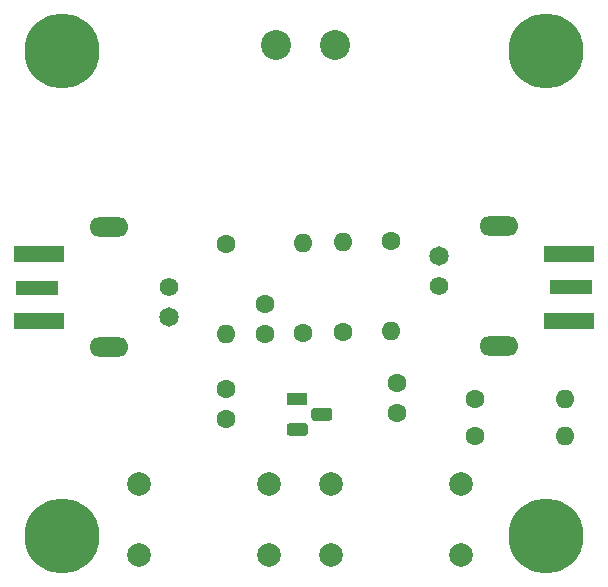
<source format=gts>
%TF.GenerationSoftware,KiCad,Pcbnew,(5.1.10)-1*%
%TF.CreationDate,2021-09-22T18:06:51-04:00*%
%TF.ProjectId,RF-Amp,52462d41-6d70-42e6-9b69-6361645f7063,rev?*%
%TF.SameCoordinates,Original*%
%TF.FileFunction,Soldermask,Top*%
%TF.FilePolarity,Negative*%
%FSLAX46Y46*%
G04 Gerber Fmt 4.6, Leading zero omitted, Abs format (unit mm)*
G04 Created by KiCad (PCBNEW (5.1.10)-1) date 2021-09-22 18:06:51*
%MOMM*%
%LPD*%
G01*
G04 APERTURE LIST*
%ADD10C,6.350000*%
%ADD11C,1.600000*%
%ADD12C,1.574800*%
%ADD13C,1.651000*%
%ADD14O,3.302000X1.651000*%
%ADD15R,1.800000X1.100000*%
%ADD16O,1.600000X1.600000*%
%ADD17C,2.000000*%
%ADD18R,4.200000X1.350000*%
%ADD19R,3.600000X1.270000*%
%ADD20C,2.540000*%
G04 APERTURE END LIST*
D10*
%TO.C,MTG1*%
X70040000Y-39560000D03*
%TD*%
%TO.C,MTG2*%
X111040000Y-39560000D03*
%TD*%
%TO.C,MTG3*%
X70040000Y-80560000D03*
%TD*%
%TO.C,MTG4*%
X111040000Y-80560000D03*
%TD*%
D11*
%TO.C,C1*%
X83870800Y-68162800D03*
X83870800Y-70662800D03*
%TD*%
%TO.C,C2*%
X98348800Y-70154800D03*
X98348800Y-67654800D03*
%TD*%
%TO.C,C3*%
X87249000Y-63500000D03*
X87249000Y-61000000D03*
%TD*%
D12*
%TO.C,P1*%
X79095600Y-59537600D03*
D13*
X79095600Y-62077600D03*
D14*
X74015600Y-64617600D03*
X74015600Y-54457600D03*
%TD*%
%TO.C,P2*%
X107035600Y-64541400D03*
X107035600Y-54381400D03*
D13*
X101955600Y-56921400D03*
D12*
X101955600Y-59461400D03*
%TD*%
%TO.C,Q1*%
G36*
G01*
X91392800Y-69757200D02*
X92642800Y-69757200D01*
G75*
G02*
X92917800Y-70032200I0J-275000D01*
G01*
X92917800Y-70582200D01*
G75*
G02*
X92642800Y-70857200I-275000J0D01*
G01*
X91392800Y-70857200D01*
G75*
G02*
X91117800Y-70582200I0J275000D01*
G01*
X91117800Y-70032200D01*
G75*
G02*
X91392800Y-69757200I275000J0D01*
G01*
G37*
G36*
G01*
X89322800Y-71027200D02*
X90572800Y-71027200D01*
G75*
G02*
X90847800Y-71302200I0J-275000D01*
G01*
X90847800Y-71852200D01*
G75*
G02*
X90572800Y-72127200I-275000J0D01*
G01*
X89322800Y-72127200D01*
G75*
G02*
X89047800Y-71852200I0J275000D01*
G01*
X89047800Y-71302200D01*
G75*
G02*
X89322800Y-71027200I275000J0D01*
G01*
G37*
D15*
X89947800Y-69037200D03*
%TD*%
D16*
%TO.C,R1*%
X97917000Y-63220600D03*
D11*
X97917000Y-55600600D03*
%TD*%
%TO.C,R2*%
X93827600Y-63296800D03*
D16*
X93827600Y-55676800D03*
%TD*%
%TO.C,R3*%
X90449400Y-55778400D03*
D11*
X90449400Y-63398400D03*
%TD*%
%TO.C,R4*%
X83921600Y-55880000D03*
D16*
X83921600Y-63500000D03*
%TD*%
D11*
%TO.C,R5*%
X104952800Y-72136000D03*
D16*
X112572800Y-72136000D03*
%TD*%
%TO.C,R6*%
X112572800Y-68986400D03*
D11*
X104952800Y-68986400D03*
%TD*%
D17*
%TO.C,T1*%
X92760800Y-82194400D03*
X103760800Y-82194400D03*
X92760800Y-76194400D03*
X103760800Y-76194400D03*
%TD*%
%TO.C,T2*%
X87581000Y-76194400D03*
X76581000Y-76194400D03*
X87581000Y-82194400D03*
X76581000Y-82194400D03*
%TD*%
D18*
%TO.C,PB1*%
X68097400Y-56738000D03*
X68097400Y-62388000D03*
D19*
X67897400Y-59563000D03*
%TD*%
%TO.C,PB2*%
X113128400Y-59560000D03*
D18*
X112928400Y-56735000D03*
X112928400Y-62385000D03*
%TD*%
D20*
%TO.C,P3*%
X93138000Y-39065200D03*
X88138000Y-39065200D03*
%TD*%
M02*

</source>
